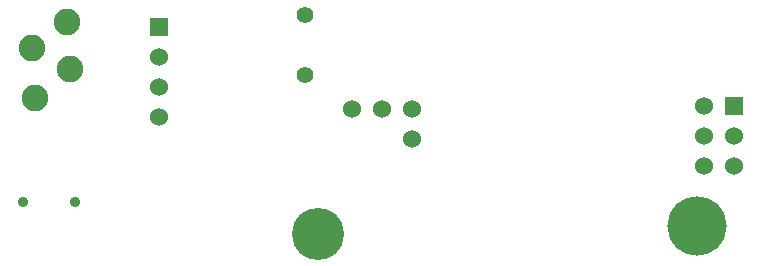
<source format=gbs>
G04 (created by PCBNEW-RS274X (2011-11-27 BZR 3249)-stable) date 17/09/2012 7:08:21 p.m.*
G01*
G70*
G90*
%MOIN*%
G04 Gerber Fmt 3.4, Leading zero omitted, Abs format*
%FSLAX34Y34*%
G04 APERTURE LIST*
%ADD10C,0.006000*%
%ADD11C,0.035400*%
%ADD12C,0.088600*%
%ADD13C,0.197500*%
%ADD14C,0.173900*%
%ADD15C,0.056000*%
%ADD16C,0.060000*%
%ADD17R,0.060000X0.060000*%
G04 APERTURE END LIST*
G54D10*
G54D11*
X03740Y-08760D03*
X02008Y-08760D03*
G54D12*
X02283Y-03644D03*
G54D13*
X24462Y-09573D03*
G54D14*
X11812Y-09823D03*
G54D15*
X11382Y-04523D03*
X11382Y-02523D03*
G54D16*
X12962Y-05683D03*
X13962Y-05683D03*
X14962Y-06683D03*
X14962Y-05683D03*
G54D17*
X06522Y-02943D03*
G54D16*
X06522Y-03943D03*
X06522Y-04943D03*
X06522Y-05943D03*
G54D12*
X02381Y-05317D03*
X03562Y-04333D03*
X03464Y-02758D03*
G54D17*
X25697Y-05575D03*
G54D16*
X24697Y-05575D03*
X25697Y-06575D03*
X24697Y-06575D03*
X25697Y-07575D03*
X24697Y-07575D03*
M02*

</source>
